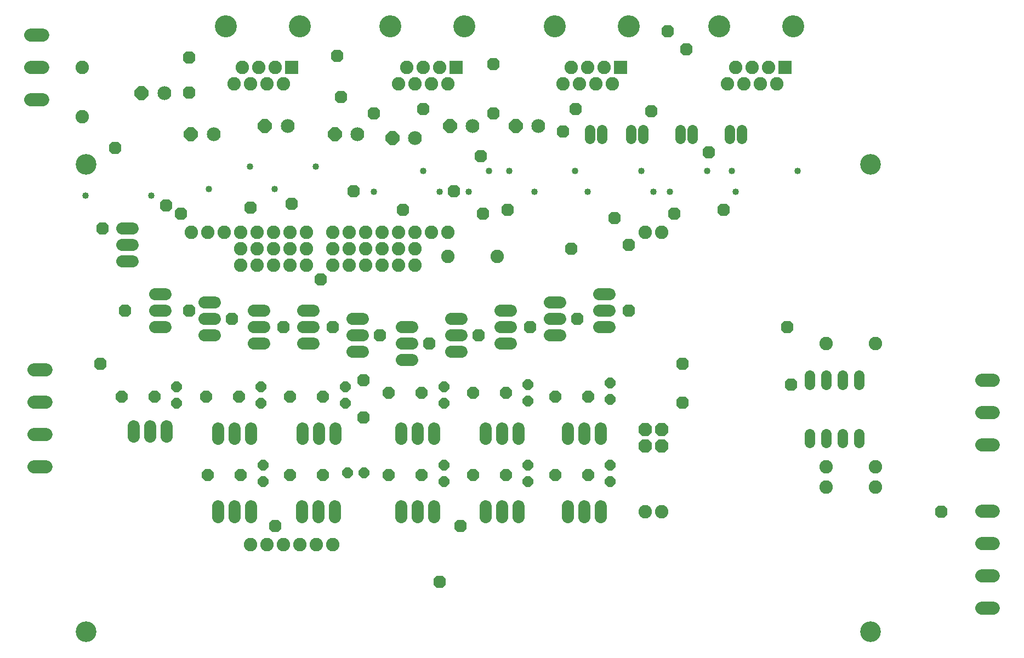
<source format=gts>
G75*
%MOIN*%
%OFA0B0*%
%FSLAX25Y25*%
%IPPOS*%
%LPD*%
%AMOC8*
5,1,8,0,0,1.08239X$1,22.5*
%
%ADD10C,0.12611*%
%ADD11C,0.08200*%
%ADD12R,0.08200X0.08200*%
%ADD13C,0.13398*%
%ADD14OC8,0.08200*%
%ADD15C,0.08400*%
%ADD16OC8,0.08400*%
%ADD17C,0.06400*%
%ADD18OC8,0.07100*%
%ADD19OC8,0.06400*%
%ADD20C,0.04000*%
%ADD21C,0.07200*%
%ADD22C,0.07900*%
%ADD23OC8,0.07556*%
D10*
X0177044Y0125970D03*
X0177044Y0410616D03*
X0653816Y0410616D03*
X0653816Y0125970D03*
D11*
X0656965Y0214100D03*
X0656965Y0226600D03*
X0626965Y0226600D03*
X0626965Y0214100D03*
X0526965Y0199100D03*
X0516965Y0199100D03*
X0626965Y0301600D03*
X0656965Y0301600D03*
X0526965Y0369100D03*
X0516965Y0369100D03*
X0426965Y0354395D03*
X0396965Y0354395D03*
X0396965Y0369100D03*
X0386965Y0369100D03*
X0376965Y0369100D03*
X0366965Y0369100D03*
X0356965Y0369100D03*
X0346965Y0369100D03*
X0336965Y0369100D03*
X0326965Y0369100D03*
X0326965Y0359100D03*
X0336965Y0359100D03*
X0346965Y0359100D03*
X0356965Y0359100D03*
X0366965Y0359100D03*
X0376965Y0359100D03*
X0376965Y0349100D03*
X0366965Y0349100D03*
X0356965Y0349100D03*
X0346965Y0349100D03*
X0336965Y0349100D03*
X0326965Y0349100D03*
X0310965Y0349100D03*
X0300965Y0349100D03*
X0290965Y0349100D03*
X0280965Y0349100D03*
X0270965Y0349100D03*
X0270965Y0359100D03*
X0270965Y0369100D03*
X0260965Y0369100D03*
X0250965Y0369100D03*
X0240965Y0369100D03*
X0280965Y0369100D03*
X0280965Y0359100D03*
X0290965Y0359100D03*
X0290965Y0369100D03*
X0300965Y0369100D03*
X0300965Y0359100D03*
X0310965Y0359100D03*
X0310965Y0369100D03*
X0296965Y0459395D03*
X0286965Y0459395D03*
X0276965Y0459395D03*
X0266965Y0459395D03*
X0271965Y0469395D03*
X0281965Y0469395D03*
X0291965Y0469395D03*
X0366965Y0459395D03*
X0376965Y0459395D03*
X0386965Y0459395D03*
X0396965Y0459395D03*
X0391965Y0469395D03*
X0381965Y0469395D03*
X0371965Y0469395D03*
X0466965Y0459395D03*
X0476965Y0459395D03*
X0486965Y0459395D03*
X0496965Y0459395D03*
X0491965Y0469395D03*
X0481965Y0469395D03*
X0471965Y0469395D03*
X0566965Y0459395D03*
X0576965Y0459395D03*
X0586965Y0459395D03*
X0581965Y0469395D03*
X0571965Y0469395D03*
X0591965Y0469395D03*
X0596965Y0459395D03*
X0326965Y0179100D03*
X0316965Y0179100D03*
X0306965Y0179100D03*
X0296965Y0179100D03*
X0286965Y0179100D03*
X0276965Y0179100D03*
X0174465Y0439395D03*
X0174465Y0469395D03*
D12*
X0301965Y0469395D03*
X0401965Y0469395D03*
X0501965Y0469395D03*
X0601965Y0469395D03*
D13*
X0606965Y0494395D03*
X0561965Y0494395D03*
X0506965Y0494395D03*
X0461965Y0494395D03*
X0406965Y0494395D03*
X0361965Y0494395D03*
X0306965Y0494395D03*
X0261965Y0494395D03*
D14*
X0516965Y0249100D03*
X0526965Y0249100D03*
X0526965Y0239100D03*
X0516965Y0239100D03*
D15*
X0376965Y0426305D03*
X0341965Y0428805D03*
X0299465Y0433805D03*
X0254465Y0428805D03*
X0224465Y0453805D03*
X0411965Y0433805D03*
X0451965Y0433805D03*
D16*
X0438215Y0433805D03*
X0398215Y0433805D03*
X0363215Y0426305D03*
X0328215Y0428805D03*
X0285715Y0433805D03*
X0240715Y0428805D03*
X0210715Y0453805D03*
D17*
X0483215Y0431605D02*
X0483215Y0426005D01*
X0490715Y0426005D02*
X0490715Y0431605D01*
X0508215Y0431605D02*
X0508215Y0426005D01*
X0515715Y0426005D02*
X0515715Y0431605D01*
X0538215Y0431605D02*
X0538215Y0426005D01*
X0545715Y0426005D02*
X0545715Y0431605D01*
X0568215Y0431605D02*
X0568215Y0426005D01*
X0575715Y0426005D02*
X0575715Y0431605D01*
X0616965Y0282200D02*
X0616965Y0276600D01*
X0626965Y0276600D02*
X0626965Y0282200D01*
X0636965Y0282200D02*
X0636965Y0276600D01*
X0646965Y0276600D02*
X0646965Y0282200D01*
X0646965Y0246600D02*
X0646965Y0241000D01*
X0636965Y0241000D02*
X0636965Y0246600D01*
X0626965Y0246600D02*
X0626965Y0241000D01*
X0616965Y0241000D02*
X0616965Y0246600D01*
D18*
X0482260Y0269100D03*
X0462260Y0269100D03*
X0432260Y0271600D03*
X0412260Y0271600D03*
X0381010Y0271600D03*
X0361010Y0271600D03*
X0321010Y0269100D03*
X0301010Y0269100D03*
X0269760Y0269100D03*
X0249760Y0269100D03*
X0218510Y0269100D03*
X0198510Y0269100D03*
X0251010Y0221600D03*
X0271010Y0221600D03*
X0301010Y0221600D03*
X0321010Y0221600D03*
X0361010Y0221600D03*
X0381010Y0221600D03*
X0412260Y0221600D03*
X0432260Y0221600D03*
X0462260Y0221600D03*
X0482260Y0221600D03*
D19*
X0495715Y0217555D03*
X0495715Y0227555D03*
X0445715Y0227555D03*
X0445715Y0217555D03*
X0394465Y0217555D03*
X0394465Y0227555D03*
X0346010Y0222850D03*
X0336010Y0222850D03*
X0334465Y0265055D03*
X0334465Y0275055D03*
X0283215Y0275055D03*
X0283215Y0265055D03*
X0284465Y0227555D03*
X0284465Y0217555D03*
X0231965Y0265055D03*
X0231965Y0275055D03*
X0394465Y0275055D03*
X0394465Y0265055D03*
X0445715Y0266305D03*
X0445715Y0276305D03*
X0495715Y0277555D03*
X0495715Y0267555D03*
D20*
X0481965Y0393805D03*
X0474170Y0406600D03*
X0449465Y0393805D03*
X0434170Y0406600D03*
X0421965Y0406305D03*
X0409465Y0393805D03*
X0391965Y0393805D03*
X0381965Y0406305D03*
X0351965Y0393805D03*
X0316670Y0409100D03*
X0291670Y0395350D03*
X0276670Y0409100D03*
X0251670Y0395350D03*
X0216670Y0391600D03*
X0176670Y0391600D03*
X0514465Y0406305D03*
X0521965Y0393805D03*
X0531965Y0393805D03*
X0554465Y0406305D03*
X0569465Y0406305D03*
X0571965Y0393805D03*
X0609465Y0406305D03*
D21*
X0495165Y0331600D02*
X0488765Y0331600D01*
X0488765Y0321600D02*
X0495165Y0321600D01*
X0495165Y0311600D02*
X0488765Y0311600D01*
X0465165Y0306600D02*
X0458765Y0306600D01*
X0458765Y0316600D02*
X0465165Y0316600D01*
X0465165Y0326600D02*
X0458765Y0326600D01*
X0435165Y0321600D02*
X0428765Y0321600D01*
X0428765Y0311600D02*
X0435165Y0311600D01*
X0435165Y0301600D02*
X0428765Y0301600D01*
X0405165Y0296600D02*
X0398765Y0296600D01*
X0398765Y0306600D02*
X0405165Y0306600D01*
X0405165Y0316600D02*
X0398765Y0316600D01*
X0375165Y0311600D02*
X0368765Y0311600D01*
X0368765Y0301600D02*
X0375165Y0301600D01*
X0375165Y0291600D02*
X0368765Y0291600D01*
X0345165Y0296600D02*
X0338765Y0296600D01*
X0338765Y0306600D02*
X0345165Y0306600D01*
X0345165Y0316600D02*
X0338765Y0316600D01*
X0315165Y0311600D02*
X0308765Y0311600D01*
X0308765Y0301600D02*
X0315165Y0301600D01*
X0285165Y0301600D02*
X0278765Y0301600D01*
X0278765Y0311600D02*
X0285165Y0311600D01*
X0285165Y0321600D02*
X0278765Y0321600D01*
X0255165Y0316600D02*
X0248765Y0316600D01*
X0248765Y0326600D02*
X0255165Y0326600D01*
X0255165Y0306600D02*
X0248765Y0306600D01*
X0225165Y0311600D02*
X0218765Y0311600D01*
X0218765Y0321600D02*
X0225165Y0321600D01*
X0225165Y0331600D02*
X0218765Y0331600D01*
X0205165Y0351600D02*
X0198765Y0351600D01*
X0198765Y0361600D02*
X0205165Y0361600D01*
X0205165Y0371600D02*
X0198765Y0371600D01*
X0308765Y0321600D02*
X0315165Y0321600D01*
X0318510Y0249800D02*
X0318510Y0243400D01*
X0308510Y0243400D02*
X0308510Y0249800D01*
X0328510Y0249800D02*
X0328510Y0243400D01*
X0368510Y0243400D02*
X0368510Y0249800D01*
X0378510Y0249800D02*
X0378510Y0243400D01*
X0388510Y0243400D02*
X0388510Y0249800D01*
X0419760Y0249800D02*
X0419760Y0243400D01*
X0429760Y0243400D02*
X0429760Y0249800D01*
X0439760Y0249800D02*
X0439760Y0243400D01*
X0469760Y0243400D02*
X0469760Y0249800D01*
X0479760Y0249800D02*
X0479760Y0243400D01*
X0489760Y0243400D02*
X0489760Y0249800D01*
X0489760Y0202300D02*
X0489760Y0195900D01*
X0479760Y0195900D02*
X0479760Y0202300D01*
X0469760Y0202300D02*
X0469760Y0195900D01*
X0439760Y0195900D02*
X0439760Y0202300D01*
X0429760Y0202300D02*
X0429760Y0195900D01*
X0419760Y0195900D02*
X0419760Y0202300D01*
X0388510Y0202300D02*
X0388510Y0195900D01*
X0378510Y0195900D02*
X0378510Y0202300D01*
X0368510Y0202300D02*
X0368510Y0195900D01*
X0328215Y0195900D02*
X0328215Y0202300D01*
X0318215Y0202300D02*
X0318215Y0195900D01*
X0308215Y0195900D02*
X0308215Y0202300D01*
X0277260Y0202300D02*
X0277260Y0195900D01*
X0267260Y0195900D02*
X0267260Y0202300D01*
X0257260Y0202300D02*
X0257260Y0195900D01*
X0257260Y0243400D02*
X0257260Y0249800D01*
X0267260Y0249800D02*
X0267260Y0243400D01*
X0277260Y0243400D02*
X0277260Y0249800D01*
X0226010Y0251050D02*
X0226010Y0244650D01*
X0216010Y0244650D02*
X0216010Y0251050D01*
X0206010Y0251050D02*
X0206010Y0244650D01*
D22*
X0152436Y0245988D02*
X0145336Y0245988D01*
X0145336Y0226303D02*
X0152436Y0226303D01*
X0152436Y0265673D02*
X0145336Y0265673D01*
X0145336Y0285358D02*
X0152436Y0285358D01*
X0150436Y0449710D02*
X0143336Y0449710D01*
X0143336Y0469395D02*
X0150436Y0469395D01*
X0150436Y0489080D02*
X0143336Y0489080D01*
X0721486Y0279080D02*
X0728586Y0279080D01*
X0728586Y0259395D02*
X0721486Y0259395D01*
X0721486Y0239710D02*
X0728586Y0239710D01*
X0728507Y0199553D02*
X0721407Y0199553D01*
X0721407Y0179868D02*
X0728507Y0179868D01*
X0728507Y0160183D02*
X0721407Y0160183D01*
X0721407Y0140498D02*
X0728507Y0140498D01*
D23*
X0696965Y0199100D03*
X0605715Y0276600D03*
X0603215Y0311600D03*
X0539465Y0289100D03*
X0539465Y0265350D03*
X0475715Y0316600D03*
X0506965Y0321600D03*
X0506965Y0361600D03*
X0498215Y0377850D03*
X0471965Y0359100D03*
X0433215Y0382850D03*
X0418215Y0380350D03*
X0400715Y0394100D03*
X0416965Y0415350D03*
X0424465Y0441600D03*
X0424465Y0471600D03*
X0381965Y0444100D03*
X0351965Y0441600D03*
X0331965Y0451600D03*
X0329465Y0476600D03*
X0239465Y0475350D03*
X0239465Y0454100D03*
X0194465Y0420350D03*
X0225715Y0385350D03*
X0234465Y0380350D03*
X0276965Y0384100D03*
X0301965Y0386600D03*
X0339465Y0394100D03*
X0369465Y0382850D03*
X0319465Y0340350D03*
X0326965Y0311600D03*
X0355715Y0306600D03*
X0385715Y0301600D03*
X0415715Y0306600D03*
X0446965Y0311600D03*
X0345715Y0279100D03*
X0345715Y0256600D03*
X0296965Y0311600D03*
X0265715Y0316600D03*
X0239465Y0321600D03*
X0200715Y0321600D03*
X0185715Y0289100D03*
X0186965Y0371600D03*
X0291965Y0190350D03*
X0391965Y0156600D03*
X0404465Y0190350D03*
X0534465Y0380350D03*
X0564465Y0382850D03*
X0555715Y0417850D03*
X0520715Y0442850D03*
X0474465Y0444100D03*
X0466965Y0430350D03*
X0541965Y0480350D03*
X0530715Y0491600D03*
M02*

</source>
